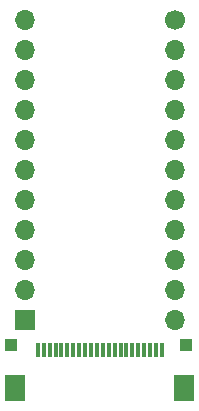
<source format=gbr>
%TF.GenerationSoftware,KiCad,Pcbnew,(5.1.7)-1*%
%TF.CreationDate,2021-02-13T22:19:47+01:00*%
%TF.ProjectId,breakout_longlcd,62726561-6b6f-4757-945f-6c6f6e676c63,rev?*%
%TF.SameCoordinates,Original*%
%TF.FileFunction,Soldermask,Top*%
%TF.FilePolarity,Negative*%
%FSLAX46Y46*%
G04 Gerber Fmt 4.6, Leading zero omitted, Abs format (unit mm)*
G04 Created by KiCad (PCBNEW (5.1.7)-1) date 2021-02-13 22:19:47*
%MOMM*%
%LPD*%
G01*
G04 APERTURE LIST*
%ADD10R,1.000000X1.000000*%
%ADD11O,1.700000X1.700000*%
%ADD12C,1.700000*%
%ADD13R,1.700000X1.700000*%
%ADD14R,0.300000X1.300000*%
%ADD15R,1.800000X2.200000*%
G04 APERTURE END LIST*
D10*
%TO.C,REF\u002A\u002A*%
X133121400Y-107696000D03*
%TD*%
%TO.C,REF\u002A\u002A*%
X147980400Y-107696000D03*
%TD*%
D11*
%TO.C,J3*%
X147017740Y-105613200D03*
X147017740Y-103073200D03*
X147017740Y-100533200D03*
X147017740Y-97993200D03*
X147017740Y-95453200D03*
X147017740Y-92913200D03*
X147017740Y-90373200D03*
X147017740Y-87833200D03*
X147017740Y-85293200D03*
X147017740Y-82753200D03*
D12*
X147017740Y-80213200D03*
%TD*%
D11*
%TO.C,J2*%
X134317740Y-80213200D03*
X134317740Y-82753200D03*
X134317740Y-85293200D03*
X134317740Y-87833200D03*
X134317740Y-90373200D03*
X134317740Y-92913200D03*
X134317740Y-95453200D03*
X134317740Y-97993200D03*
X134317740Y-100533200D03*
X134317740Y-103073200D03*
D13*
X134317740Y-105613200D03*
%TD*%
D14*
%TO.C,J1*%
X145915200Y-108132000D03*
X145415200Y-108132000D03*
X144915200Y-108132000D03*
X144415200Y-108132000D03*
X143915200Y-108132000D03*
X143415200Y-108132000D03*
X142915200Y-108132000D03*
X142415200Y-108132000D03*
X141915200Y-108132000D03*
X141415200Y-108132000D03*
X140915200Y-108132000D03*
X140415200Y-108132000D03*
X139915200Y-108132000D03*
X139415200Y-108132000D03*
X138915200Y-108132000D03*
X138415200Y-108132000D03*
X137915200Y-108132000D03*
X137415200Y-108132000D03*
X136915200Y-108132000D03*
X136415200Y-108132000D03*
X135915200Y-108132000D03*
X135415200Y-108132000D03*
D15*
X133515200Y-111382000D03*
X147815200Y-111382000D03*
%TD*%
M02*

</source>
